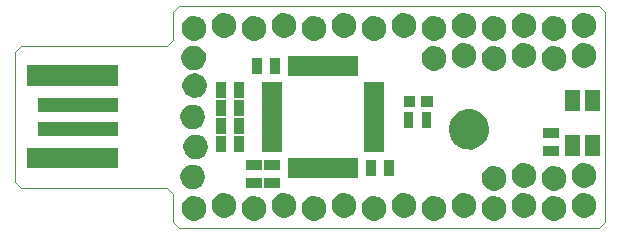
<source format=gts>
G04 (created by PCBNEW (2013-07-14 BZR 4242)-stable) date Thu 29 Aug 2013 04:13:23 PM CEST*
%MOIN*%
G04 Gerber Fmt 3.4, Leading zero omitted, Abs format*
%FSLAX34Y34*%
G01*
G70*
G90*
G04 APERTURE LIST*
%ADD10C,0.005906*%
%ADD11C,0.003900*%
%ADD12C,0.003921*%
G04 APERTURE END LIST*
G54D10*
G54D11*
X15300Y-17430D02*
X15300Y-16500D01*
X15300Y-22574D02*
X15300Y-23500D01*
X29500Y-23700D02*
X15500Y-23700D01*
X29700Y-16500D02*
X29700Y-23500D01*
X15500Y-16300D02*
X29500Y-16300D01*
X10239Y-17630D02*
X15100Y-17630D01*
X10239Y-22374D02*
X15100Y-22374D01*
X10039Y-17830D02*
X10039Y-22174D01*
G54D12*
X10239Y-22374D02*
X10039Y-22174D01*
X15300Y-22574D02*
X15100Y-22374D01*
X15500Y-23700D02*
X15300Y-23500D01*
X29700Y-23500D02*
X29500Y-23700D01*
X29500Y-16300D02*
X29700Y-16500D01*
X15300Y-16500D02*
X15500Y-16300D01*
X15100Y-17630D02*
X15300Y-17430D01*
G54D11*
X10239Y-17630D02*
X10039Y-17830D01*
G54D10*
G36*
X13445Y-19843D02*
X10806Y-19843D01*
X10806Y-19370D01*
X13445Y-19370D01*
X13445Y-19843D01*
X13445Y-19843D01*
G37*
G36*
X13445Y-20629D02*
X10806Y-20629D01*
X10806Y-20156D01*
X13445Y-20156D01*
X13445Y-20629D01*
X13445Y-20629D01*
G37*
G36*
X13445Y-18957D02*
X10414Y-18957D01*
X10414Y-18288D01*
X13445Y-18288D01*
X13445Y-18957D01*
X13445Y-18957D01*
G37*
G36*
X13445Y-21711D02*
X10414Y-21711D01*
X10414Y-21042D01*
X13445Y-21042D01*
X13445Y-21711D01*
X13445Y-21711D01*
G37*
G36*
X16359Y-19961D02*
X16358Y-20050D01*
X16340Y-20131D01*
X16308Y-20202D01*
X16260Y-20269D01*
X16204Y-20323D01*
X16134Y-20367D01*
X16062Y-20395D01*
X15980Y-20410D01*
X15902Y-20408D01*
X15821Y-20390D01*
X15750Y-20359D01*
X15682Y-20312D01*
X15628Y-20256D01*
X15583Y-20186D01*
X15554Y-20114D01*
X15539Y-20032D01*
X15540Y-19955D01*
X15558Y-19873D01*
X15588Y-19803D01*
X15635Y-19734D01*
X15690Y-19680D01*
X15760Y-19634D01*
X15832Y-19605D01*
X15914Y-19590D01*
X15991Y-19590D01*
X16073Y-19607D01*
X16144Y-19637D01*
X16213Y-19684D01*
X16267Y-19738D01*
X16314Y-19808D01*
X16343Y-19879D01*
X16359Y-19961D01*
X16359Y-19961D01*
G37*
G36*
X16359Y-21961D02*
X16358Y-22050D01*
X16340Y-22131D01*
X16308Y-22202D01*
X16260Y-22269D01*
X16204Y-22323D01*
X16134Y-22367D01*
X16062Y-22395D01*
X15980Y-22410D01*
X15902Y-22408D01*
X15821Y-22390D01*
X15750Y-22359D01*
X15682Y-22312D01*
X15628Y-22256D01*
X15583Y-22186D01*
X15554Y-22114D01*
X15539Y-22032D01*
X15540Y-21955D01*
X15558Y-21873D01*
X15588Y-21803D01*
X15635Y-21734D01*
X15690Y-21680D01*
X15760Y-21634D01*
X15832Y-21605D01*
X15914Y-21590D01*
X15991Y-21590D01*
X16073Y-21607D01*
X16144Y-21637D01*
X16213Y-21684D01*
X16267Y-21738D01*
X16314Y-21808D01*
X16343Y-21879D01*
X16359Y-21961D01*
X16359Y-21961D01*
G37*
G36*
X16394Y-18001D02*
X16393Y-18090D01*
X16375Y-18171D01*
X16343Y-18242D01*
X16295Y-18309D01*
X16239Y-18363D01*
X16169Y-18407D01*
X16097Y-18435D01*
X16015Y-18450D01*
X15937Y-18448D01*
X15856Y-18430D01*
X15785Y-18399D01*
X15717Y-18352D01*
X15663Y-18296D01*
X15618Y-18226D01*
X15589Y-18154D01*
X15574Y-18072D01*
X15575Y-17995D01*
X15593Y-17913D01*
X15623Y-17843D01*
X15670Y-17774D01*
X15725Y-17720D01*
X15795Y-17674D01*
X15867Y-17645D01*
X15949Y-17630D01*
X16026Y-17630D01*
X16108Y-17647D01*
X16179Y-17677D01*
X16248Y-17724D01*
X16302Y-17778D01*
X16349Y-17848D01*
X16378Y-17919D01*
X16394Y-18001D01*
X16394Y-18001D01*
G37*
G36*
X16409Y-17011D02*
X16408Y-17100D01*
X16390Y-17181D01*
X16358Y-17252D01*
X16310Y-17319D01*
X16254Y-17373D01*
X16184Y-17417D01*
X16112Y-17445D01*
X16030Y-17460D01*
X15952Y-17458D01*
X15871Y-17440D01*
X15800Y-17409D01*
X15732Y-17362D01*
X15678Y-17306D01*
X15633Y-17236D01*
X15604Y-17164D01*
X15589Y-17082D01*
X15590Y-17005D01*
X15608Y-16923D01*
X15638Y-16853D01*
X15685Y-16784D01*
X15740Y-16730D01*
X15810Y-16684D01*
X15882Y-16655D01*
X15964Y-16640D01*
X16041Y-16640D01*
X16123Y-16657D01*
X16194Y-16687D01*
X16263Y-16734D01*
X16317Y-16788D01*
X16364Y-16858D01*
X16393Y-16929D01*
X16409Y-17011D01*
X16409Y-17011D01*
G37*
G36*
X16409Y-23011D02*
X16408Y-23100D01*
X16390Y-23181D01*
X16358Y-23252D01*
X16310Y-23319D01*
X16254Y-23373D01*
X16184Y-23417D01*
X16112Y-23445D01*
X16030Y-23460D01*
X15952Y-23458D01*
X15871Y-23440D01*
X15800Y-23409D01*
X15732Y-23362D01*
X15678Y-23306D01*
X15633Y-23236D01*
X15604Y-23164D01*
X15589Y-23082D01*
X15590Y-23005D01*
X15608Y-22923D01*
X15638Y-22853D01*
X15685Y-22784D01*
X15740Y-22730D01*
X15810Y-22684D01*
X15882Y-22655D01*
X15964Y-22640D01*
X16041Y-22640D01*
X16123Y-22657D01*
X16194Y-22687D01*
X16263Y-22734D01*
X16317Y-22788D01*
X16364Y-22858D01*
X16393Y-22929D01*
X16409Y-23011D01*
X16409Y-23011D01*
G37*
G36*
X16424Y-18921D02*
X16423Y-19010D01*
X16405Y-19091D01*
X16373Y-19162D01*
X16325Y-19229D01*
X16269Y-19283D01*
X16199Y-19327D01*
X16127Y-19355D01*
X16045Y-19370D01*
X15967Y-19368D01*
X15886Y-19350D01*
X15815Y-19319D01*
X15747Y-19272D01*
X15693Y-19216D01*
X15648Y-19146D01*
X15619Y-19074D01*
X15604Y-18992D01*
X15605Y-18915D01*
X15623Y-18833D01*
X15653Y-18763D01*
X15700Y-18694D01*
X15755Y-18640D01*
X15825Y-18594D01*
X15897Y-18565D01*
X15979Y-18550D01*
X16056Y-18550D01*
X16138Y-18567D01*
X16209Y-18597D01*
X16278Y-18644D01*
X16332Y-18698D01*
X16379Y-18768D01*
X16408Y-18839D01*
X16424Y-18921D01*
X16424Y-18921D01*
G37*
G36*
X16459Y-20961D02*
X16458Y-21050D01*
X16440Y-21131D01*
X16408Y-21202D01*
X16360Y-21269D01*
X16304Y-21323D01*
X16234Y-21367D01*
X16162Y-21395D01*
X16080Y-21410D01*
X16002Y-21408D01*
X15921Y-21390D01*
X15850Y-21359D01*
X15782Y-21312D01*
X15728Y-21256D01*
X15683Y-21186D01*
X15654Y-21114D01*
X15639Y-21032D01*
X15640Y-20955D01*
X15658Y-20873D01*
X15688Y-20803D01*
X15735Y-20734D01*
X15790Y-20680D01*
X15860Y-20634D01*
X15932Y-20605D01*
X16014Y-20590D01*
X16091Y-20590D01*
X16173Y-20607D01*
X16244Y-20637D01*
X16313Y-20684D01*
X16367Y-20738D01*
X16414Y-20808D01*
X16443Y-20879D01*
X16459Y-20961D01*
X16459Y-20961D01*
G37*
G36*
X17064Y-19364D02*
X16735Y-19364D01*
X16735Y-18835D01*
X17064Y-18835D01*
X17064Y-19364D01*
X17064Y-19364D01*
G37*
G36*
X17064Y-19964D02*
X16735Y-19964D01*
X16735Y-19435D01*
X17064Y-19435D01*
X17064Y-19964D01*
X17064Y-19964D01*
G37*
G36*
X17064Y-20564D02*
X16735Y-20564D01*
X16735Y-20035D01*
X17064Y-20035D01*
X17064Y-20564D01*
X17064Y-20564D01*
G37*
G36*
X17064Y-21164D02*
X16735Y-21164D01*
X16735Y-20635D01*
X17064Y-20635D01*
X17064Y-21164D01*
X17064Y-21164D01*
G37*
G36*
X17409Y-16911D02*
X17408Y-17000D01*
X17390Y-17081D01*
X17358Y-17152D01*
X17310Y-17219D01*
X17254Y-17273D01*
X17184Y-17317D01*
X17112Y-17345D01*
X17030Y-17360D01*
X16952Y-17358D01*
X16871Y-17340D01*
X16800Y-17309D01*
X16732Y-17262D01*
X16678Y-17206D01*
X16633Y-17136D01*
X16604Y-17064D01*
X16589Y-16982D01*
X16590Y-16905D01*
X16608Y-16823D01*
X16638Y-16753D01*
X16685Y-16684D01*
X16740Y-16630D01*
X16810Y-16584D01*
X16882Y-16555D01*
X16964Y-16540D01*
X17041Y-16540D01*
X17123Y-16557D01*
X17194Y-16587D01*
X17263Y-16634D01*
X17317Y-16688D01*
X17364Y-16758D01*
X17393Y-16829D01*
X17409Y-16911D01*
X17409Y-16911D01*
G37*
G36*
X17409Y-22911D02*
X17408Y-23000D01*
X17390Y-23081D01*
X17358Y-23152D01*
X17310Y-23219D01*
X17254Y-23273D01*
X17184Y-23317D01*
X17112Y-23345D01*
X17030Y-23360D01*
X16952Y-23358D01*
X16871Y-23340D01*
X16800Y-23309D01*
X16732Y-23262D01*
X16678Y-23206D01*
X16633Y-23136D01*
X16604Y-23064D01*
X16589Y-22982D01*
X16590Y-22905D01*
X16608Y-22823D01*
X16638Y-22753D01*
X16685Y-22684D01*
X16740Y-22630D01*
X16810Y-22584D01*
X16882Y-22555D01*
X16964Y-22540D01*
X17041Y-22540D01*
X17123Y-22557D01*
X17194Y-22587D01*
X17263Y-22634D01*
X17317Y-22688D01*
X17364Y-22758D01*
X17393Y-22829D01*
X17409Y-22911D01*
X17409Y-22911D01*
G37*
G36*
X17664Y-19364D02*
X17335Y-19364D01*
X17335Y-18835D01*
X17664Y-18835D01*
X17664Y-19364D01*
X17664Y-19364D01*
G37*
G36*
X17664Y-19964D02*
X17335Y-19964D01*
X17335Y-19435D01*
X17664Y-19435D01*
X17664Y-19964D01*
X17664Y-19964D01*
G37*
G36*
X17664Y-20564D02*
X17335Y-20564D01*
X17335Y-20035D01*
X17664Y-20035D01*
X17664Y-20564D01*
X17664Y-20564D01*
G37*
G36*
X17664Y-21164D02*
X17335Y-21164D01*
X17335Y-20635D01*
X17664Y-20635D01*
X17664Y-21164D01*
X17664Y-21164D01*
G37*
G36*
X18264Y-18564D02*
X17935Y-18564D01*
X17935Y-18035D01*
X18264Y-18035D01*
X18264Y-18564D01*
X18264Y-18564D01*
G37*
G36*
X18264Y-21764D02*
X17735Y-21764D01*
X17735Y-21435D01*
X18264Y-21435D01*
X18264Y-21764D01*
X18264Y-21764D01*
G37*
G36*
X18264Y-22364D02*
X17735Y-22364D01*
X17735Y-22035D01*
X18264Y-22035D01*
X18264Y-22364D01*
X18264Y-22364D01*
G37*
G36*
X18409Y-17011D02*
X18408Y-17100D01*
X18390Y-17181D01*
X18358Y-17252D01*
X18310Y-17319D01*
X18254Y-17373D01*
X18184Y-17417D01*
X18112Y-17445D01*
X18030Y-17460D01*
X17952Y-17458D01*
X17871Y-17440D01*
X17800Y-17409D01*
X17732Y-17362D01*
X17678Y-17306D01*
X17633Y-17236D01*
X17604Y-17164D01*
X17589Y-17082D01*
X17590Y-17005D01*
X17608Y-16923D01*
X17638Y-16853D01*
X17685Y-16784D01*
X17740Y-16730D01*
X17810Y-16684D01*
X17882Y-16655D01*
X17964Y-16640D01*
X18041Y-16640D01*
X18123Y-16657D01*
X18194Y-16687D01*
X18263Y-16734D01*
X18317Y-16788D01*
X18364Y-16858D01*
X18393Y-16929D01*
X18409Y-17011D01*
X18409Y-17011D01*
G37*
G36*
X18409Y-23011D02*
X18408Y-23100D01*
X18390Y-23181D01*
X18358Y-23252D01*
X18310Y-23319D01*
X18254Y-23373D01*
X18184Y-23417D01*
X18112Y-23445D01*
X18030Y-23460D01*
X17952Y-23458D01*
X17871Y-23440D01*
X17800Y-23409D01*
X17732Y-23362D01*
X17678Y-23306D01*
X17633Y-23236D01*
X17604Y-23164D01*
X17589Y-23082D01*
X17590Y-23005D01*
X17608Y-22923D01*
X17638Y-22853D01*
X17685Y-22784D01*
X17740Y-22730D01*
X17810Y-22684D01*
X17882Y-22655D01*
X17964Y-22640D01*
X18041Y-22640D01*
X18123Y-22657D01*
X18194Y-22687D01*
X18263Y-22734D01*
X18317Y-22788D01*
X18364Y-22858D01*
X18393Y-22929D01*
X18409Y-23011D01*
X18409Y-23011D01*
G37*
G36*
X18864Y-18564D02*
X18535Y-18564D01*
X18535Y-18035D01*
X18864Y-18035D01*
X18864Y-18564D01*
X18864Y-18564D01*
G37*
G36*
X18864Y-21764D02*
X18335Y-21764D01*
X18335Y-21435D01*
X18864Y-21435D01*
X18864Y-21764D01*
X18864Y-21764D01*
G37*
G36*
X18864Y-22364D02*
X18335Y-22364D01*
X18335Y-22035D01*
X18864Y-22035D01*
X18864Y-22364D01*
X18864Y-22364D01*
G37*
G36*
X18942Y-21170D02*
X18273Y-21170D01*
X18273Y-20996D01*
X18273Y-20989D01*
X18273Y-20977D01*
X18273Y-20970D01*
X18273Y-20799D01*
X18273Y-20792D01*
X18273Y-20780D01*
X18273Y-20773D01*
X18273Y-20603D01*
X18273Y-20596D01*
X18273Y-20583D01*
X18273Y-20576D01*
X18273Y-20406D01*
X18273Y-20399D01*
X18273Y-20387D01*
X18273Y-20380D01*
X18273Y-20209D01*
X18273Y-20202D01*
X18273Y-20190D01*
X18273Y-20183D01*
X18273Y-20013D01*
X18273Y-20006D01*
X18273Y-19993D01*
X18273Y-19986D01*
X18273Y-19816D01*
X18273Y-19809D01*
X18273Y-19797D01*
X18273Y-19790D01*
X18273Y-19619D01*
X18273Y-19612D01*
X18273Y-19600D01*
X18273Y-19593D01*
X18273Y-19423D01*
X18273Y-19416D01*
X18273Y-19403D01*
X18273Y-19396D01*
X18273Y-19226D01*
X18273Y-19219D01*
X18273Y-19207D01*
X18273Y-19200D01*
X18273Y-19029D01*
X18273Y-19022D01*
X18273Y-19010D01*
X18273Y-19003D01*
X18273Y-18829D01*
X18942Y-18829D01*
X18942Y-19003D01*
X18942Y-19010D01*
X18942Y-19022D01*
X18942Y-19029D01*
X18942Y-19200D01*
X18942Y-19207D01*
X18942Y-19219D01*
X18942Y-19226D01*
X18942Y-19396D01*
X18942Y-19403D01*
X18942Y-19416D01*
X18942Y-19423D01*
X18942Y-19593D01*
X18942Y-19600D01*
X18942Y-19612D01*
X18942Y-19619D01*
X18942Y-19790D01*
X18942Y-19797D01*
X18942Y-19809D01*
X18942Y-19816D01*
X18942Y-19986D01*
X18942Y-19993D01*
X18942Y-20006D01*
X18942Y-20013D01*
X18942Y-20183D01*
X18942Y-20190D01*
X18942Y-20202D01*
X18942Y-20209D01*
X18942Y-20380D01*
X18942Y-20387D01*
X18942Y-20399D01*
X18942Y-20406D01*
X18942Y-20576D01*
X18942Y-20583D01*
X18942Y-20596D01*
X18942Y-20603D01*
X18942Y-20773D01*
X18942Y-20780D01*
X18942Y-20792D01*
X18942Y-20799D01*
X18942Y-20970D01*
X18942Y-20977D01*
X18942Y-20989D01*
X18942Y-20996D01*
X18942Y-21170D01*
X18942Y-21170D01*
G37*
G36*
X19409Y-16911D02*
X19408Y-17000D01*
X19390Y-17081D01*
X19358Y-17152D01*
X19310Y-17219D01*
X19254Y-17273D01*
X19184Y-17317D01*
X19112Y-17345D01*
X19030Y-17360D01*
X18952Y-17358D01*
X18871Y-17340D01*
X18800Y-17309D01*
X18732Y-17262D01*
X18678Y-17206D01*
X18633Y-17136D01*
X18604Y-17064D01*
X18589Y-16982D01*
X18590Y-16905D01*
X18608Y-16823D01*
X18638Y-16753D01*
X18685Y-16684D01*
X18740Y-16630D01*
X18810Y-16584D01*
X18882Y-16555D01*
X18964Y-16540D01*
X19041Y-16540D01*
X19123Y-16557D01*
X19194Y-16587D01*
X19263Y-16634D01*
X19317Y-16688D01*
X19364Y-16758D01*
X19393Y-16829D01*
X19409Y-16911D01*
X19409Y-16911D01*
G37*
G36*
X19409Y-22911D02*
X19408Y-23000D01*
X19390Y-23081D01*
X19358Y-23152D01*
X19310Y-23219D01*
X19254Y-23273D01*
X19184Y-23317D01*
X19112Y-23345D01*
X19030Y-23360D01*
X18952Y-23358D01*
X18871Y-23340D01*
X18800Y-23309D01*
X18732Y-23262D01*
X18678Y-23206D01*
X18633Y-23136D01*
X18604Y-23064D01*
X18589Y-22982D01*
X18590Y-22905D01*
X18608Y-22823D01*
X18638Y-22753D01*
X18685Y-22684D01*
X18740Y-22630D01*
X18810Y-22584D01*
X18882Y-22555D01*
X18964Y-22540D01*
X19041Y-22540D01*
X19123Y-22557D01*
X19194Y-22587D01*
X19263Y-22634D01*
X19317Y-22688D01*
X19364Y-22758D01*
X19393Y-22829D01*
X19409Y-22911D01*
X19409Y-22911D01*
G37*
G36*
X20409Y-17011D02*
X20408Y-17100D01*
X20390Y-17181D01*
X20358Y-17252D01*
X20310Y-17319D01*
X20254Y-17373D01*
X20184Y-17417D01*
X20112Y-17445D01*
X20030Y-17460D01*
X19952Y-17458D01*
X19871Y-17440D01*
X19800Y-17409D01*
X19732Y-17362D01*
X19678Y-17306D01*
X19633Y-17236D01*
X19604Y-17164D01*
X19589Y-17082D01*
X19590Y-17005D01*
X19608Y-16923D01*
X19638Y-16853D01*
X19685Y-16784D01*
X19740Y-16730D01*
X19810Y-16684D01*
X19882Y-16655D01*
X19964Y-16640D01*
X20041Y-16640D01*
X20123Y-16657D01*
X20194Y-16687D01*
X20263Y-16734D01*
X20317Y-16788D01*
X20364Y-16858D01*
X20393Y-16929D01*
X20409Y-17011D01*
X20409Y-17011D01*
G37*
G36*
X20409Y-23011D02*
X20408Y-23100D01*
X20390Y-23181D01*
X20358Y-23252D01*
X20310Y-23319D01*
X20254Y-23373D01*
X20184Y-23417D01*
X20112Y-23445D01*
X20030Y-23460D01*
X19952Y-23458D01*
X19871Y-23440D01*
X19800Y-23409D01*
X19732Y-23362D01*
X19678Y-23306D01*
X19633Y-23236D01*
X19604Y-23164D01*
X19589Y-23082D01*
X19590Y-23005D01*
X19608Y-22923D01*
X19638Y-22853D01*
X19685Y-22784D01*
X19740Y-22730D01*
X19810Y-22684D01*
X19882Y-22655D01*
X19964Y-22640D01*
X20041Y-22640D01*
X20123Y-22657D01*
X20194Y-22687D01*
X20263Y-22734D01*
X20317Y-22788D01*
X20364Y-22858D01*
X20393Y-22929D01*
X20409Y-23011D01*
X20409Y-23011D01*
G37*
G36*
X21409Y-16911D02*
X21408Y-17000D01*
X21390Y-17081D01*
X21358Y-17152D01*
X21310Y-17219D01*
X21254Y-17273D01*
X21184Y-17317D01*
X21112Y-17345D01*
X21030Y-17360D01*
X20952Y-17358D01*
X20871Y-17340D01*
X20800Y-17309D01*
X20732Y-17262D01*
X20678Y-17206D01*
X20633Y-17136D01*
X20604Y-17064D01*
X20589Y-16982D01*
X20590Y-16905D01*
X20608Y-16823D01*
X20638Y-16753D01*
X20685Y-16684D01*
X20740Y-16630D01*
X20810Y-16584D01*
X20882Y-16555D01*
X20964Y-16540D01*
X21041Y-16540D01*
X21123Y-16557D01*
X21194Y-16587D01*
X21263Y-16634D01*
X21317Y-16688D01*
X21364Y-16758D01*
X21393Y-16829D01*
X21409Y-16911D01*
X21409Y-16911D01*
G37*
G36*
X21409Y-22911D02*
X21408Y-23000D01*
X21390Y-23081D01*
X21358Y-23152D01*
X21310Y-23219D01*
X21254Y-23273D01*
X21184Y-23317D01*
X21112Y-23345D01*
X21030Y-23360D01*
X20952Y-23358D01*
X20871Y-23340D01*
X20800Y-23309D01*
X20732Y-23262D01*
X20678Y-23206D01*
X20633Y-23136D01*
X20604Y-23064D01*
X20589Y-22982D01*
X20590Y-22905D01*
X20608Y-22823D01*
X20638Y-22753D01*
X20685Y-22684D01*
X20740Y-22630D01*
X20810Y-22584D01*
X20882Y-22555D01*
X20964Y-22540D01*
X21041Y-22540D01*
X21123Y-22557D01*
X21194Y-22587D01*
X21263Y-22634D01*
X21317Y-22688D01*
X21364Y-22758D01*
X21393Y-22829D01*
X21409Y-22911D01*
X21409Y-22911D01*
G37*
G36*
X21470Y-18642D02*
X21296Y-18642D01*
X21289Y-18642D01*
X21277Y-18642D01*
X21270Y-18642D01*
X21099Y-18642D01*
X21092Y-18642D01*
X21080Y-18642D01*
X21073Y-18642D01*
X20903Y-18642D01*
X20896Y-18642D01*
X20883Y-18642D01*
X20876Y-18642D01*
X20706Y-18642D01*
X20699Y-18642D01*
X20687Y-18642D01*
X20680Y-18642D01*
X20509Y-18642D01*
X20502Y-18642D01*
X20490Y-18642D01*
X20483Y-18642D01*
X20313Y-18642D01*
X20306Y-18642D01*
X20293Y-18642D01*
X20286Y-18642D01*
X20116Y-18642D01*
X20109Y-18642D01*
X20097Y-18642D01*
X20090Y-18642D01*
X19919Y-18642D01*
X19912Y-18642D01*
X19900Y-18642D01*
X19893Y-18642D01*
X19723Y-18642D01*
X19716Y-18642D01*
X19703Y-18642D01*
X19696Y-18642D01*
X19526Y-18642D01*
X19519Y-18642D01*
X19507Y-18642D01*
X19500Y-18642D01*
X19329Y-18642D01*
X19322Y-18642D01*
X19310Y-18642D01*
X19303Y-18642D01*
X19129Y-18642D01*
X19129Y-17973D01*
X19303Y-17973D01*
X19310Y-17973D01*
X19322Y-17973D01*
X19329Y-17973D01*
X19500Y-17973D01*
X19507Y-17973D01*
X19519Y-17973D01*
X19526Y-17973D01*
X19696Y-17973D01*
X19703Y-17973D01*
X19716Y-17973D01*
X19723Y-17973D01*
X19893Y-17973D01*
X19900Y-17973D01*
X19912Y-17973D01*
X19919Y-17973D01*
X20090Y-17973D01*
X20097Y-17973D01*
X20109Y-17973D01*
X20116Y-17973D01*
X20286Y-17973D01*
X20293Y-17973D01*
X20306Y-17973D01*
X20313Y-17973D01*
X20483Y-17973D01*
X20490Y-17973D01*
X20502Y-17973D01*
X20509Y-17973D01*
X20680Y-17973D01*
X20687Y-17973D01*
X20699Y-17973D01*
X20706Y-17973D01*
X20876Y-17973D01*
X20883Y-17973D01*
X20896Y-17973D01*
X20903Y-17973D01*
X21073Y-17973D01*
X21080Y-17973D01*
X21092Y-17973D01*
X21099Y-17973D01*
X21270Y-17973D01*
X21277Y-17973D01*
X21289Y-17973D01*
X21296Y-17973D01*
X21470Y-17973D01*
X21470Y-18642D01*
X21470Y-18642D01*
G37*
G36*
X21470Y-22026D02*
X21296Y-22026D01*
X21289Y-22026D01*
X21277Y-22026D01*
X21270Y-22026D01*
X21099Y-22026D01*
X21092Y-22026D01*
X21080Y-22026D01*
X21073Y-22026D01*
X20903Y-22026D01*
X20896Y-22026D01*
X20883Y-22026D01*
X20876Y-22026D01*
X20706Y-22026D01*
X20699Y-22026D01*
X20687Y-22026D01*
X20680Y-22026D01*
X20509Y-22026D01*
X20502Y-22026D01*
X20490Y-22026D01*
X20483Y-22026D01*
X20313Y-22026D01*
X20306Y-22026D01*
X20293Y-22026D01*
X20286Y-22026D01*
X20116Y-22026D01*
X20109Y-22026D01*
X20097Y-22026D01*
X20090Y-22026D01*
X19919Y-22026D01*
X19912Y-22026D01*
X19900Y-22026D01*
X19893Y-22026D01*
X19723Y-22026D01*
X19716Y-22026D01*
X19703Y-22026D01*
X19696Y-22026D01*
X19526Y-22026D01*
X19519Y-22026D01*
X19507Y-22026D01*
X19500Y-22026D01*
X19329Y-22026D01*
X19322Y-22026D01*
X19310Y-22026D01*
X19303Y-22026D01*
X19129Y-22026D01*
X19129Y-21357D01*
X19303Y-21357D01*
X19310Y-21357D01*
X19322Y-21357D01*
X19329Y-21357D01*
X19500Y-21357D01*
X19507Y-21357D01*
X19519Y-21357D01*
X19526Y-21357D01*
X19696Y-21357D01*
X19703Y-21357D01*
X19716Y-21357D01*
X19723Y-21357D01*
X19893Y-21357D01*
X19900Y-21357D01*
X19912Y-21357D01*
X19919Y-21357D01*
X20090Y-21357D01*
X20097Y-21357D01*
X20109Y-21357D01*
X20116Y-21357D01*
X20286Y-21357D01*
X20293Y-21357D01*
X20306Y-21357D01*
X20313Y-21357D01*
X20483Y-21357D01*
X20490Y-21357D01*
X20502Y-21357D01*
X20509Y-21357D01*
X20680Y-21357D01*
X20687Y-21357D01*
X20699Y-21357D01*
X20706Y-21357D01*
X20876Y-21357D01*
X20883Y-21357D01*
X20896Y-21357D01*
X20903Y-21357D01*
X21073Y-21357D01*
X21080Y-21357D01*
X21092Y-21357D01*
X21099Y-21357D01*
X21270Y-21357D01*
X21277Y-21357D01*
X21289Y-21357D01*
X21296Y-21357D01*
X21470Y-21357D01*
X21470Y-22026D01*
X21470Y-22026D01*
G37*
G36*
X22064Y-21964D02*
X21735Y-21964D01*
X21735Y-21435D01*
X22064Y-21435D01*
X22064Y-21964D01*
X22064Y-21964D01*
G37*
G36*
X22326Y-21170D02*
X21657Y-21170D01*
X21657Y-20996D01*
X21657Y-20989D01*
X21657Y-20977D01*
X21657Y-20970D01*
X21657Y-20799D01*
X21657Y-20792D01*
X21657Y-20780D01*
X21657Y-20773D01*
X21657Y-20603D01*
X21657Y-20596D01*
X21657Y-20583D01*
X21657Y-20576D01*
X21657Y-20406D01*
X21657Y-20399D01*
X21657Y-20387D01*
X21657Y-20380D01*
X21657Y-20209D01*
X21657Y-20202D01*
X21657Y-20190D01*
X21657Y-20183D01*
X21657Y-20013D01*
X21657Y-20006D01*
X21657Y-19993D01*
X21657Y-19986D01*
X21657Y-19816D01*
X21657Y-19809D01*
X21657Y-19797D01*
X21657Y-19790D01*
X21657Y-19619D01*
X21657Y-19612D01*
X21657Y-19600D01*
X21657Y-19593D01*
X21657Y-19423D01*
X21657Y-19416D01*
X21657Y-19403D01*
X21657Y-19396D01*
X21657Y-19226D01*
X21657Y-19219D01*
X21657Y-19207D01*
X21657Y-19200D01*
X21657Y-19029D01*
X21657Y-19022D01*
X21657Y-19010D01*
X21657Y-19003D01*
X21657Y-18829D01*
X22326Y-18829D01*
X22326Y-19003D01*
X22326Y-19010D01*
X22326Y-19022D01*
X22326Y-19029D01*
X22326Y-19200D01*
X22326Y-19207D01*
X22326Y-19219D01*
X22326Y-19226D01*
X22326Y-19396D01*
X22326Y-19403D01*
X22326Y-19416D01*
X22326Y-19423D01*
X22326Y-19593D01*
X22326Y-19600D01*
X22326Y-19612D01*
X22326Y-19619D01*
X22326Y-19790D01*
X22326Y-19797D01*
X22326Y-19809D01*
X22326Y-19816D01*
X22326Y-19986D01*
X22326Y-19993D01*
X22326Y-20006D01*
X22326Y-20013D01*
X22326Y-20183D01*
X22326Y-20190D01*
X22326Y-20202D01*
X22326Y-20209D01*
X22326Y-20380D01*
X22326Y-20387D01*
X22326Y-20399D01*
X22326Y-20406D01*
X22326Y-20576D01*
X22326Y-20583D01*
X22326Y-20596D01*
X22326Y-20603D01*
X22326Y-20773D01*
X22326Y-20780D01*
X22326Y-20792D01*
X22326Y-20799D01*
X22326Y-20970D01*
X22326Y-20977D01*
X22326Y-20989D01*
X22326Y-20996D01*
X22326Y-21170D01*
X22326Y-21170D01*
G37*
G36*
X22409Y-17011D02*
X22408Y-17100D01*
X22390Y-17181D01*
X22358Y-17252D01*
X22310Y-17319D01*
X22254Y-17373D01*
X22184Y-17417D01*
X22112Y-17445D01*
X22030Y-17460D01*
X21952Y-17458D01*
X21871Y-17440D01*
X21800Y-17409D01*
X21732Y-17362D01*
X21678Y-17306D01*
X21633Y-17236D01*
X21604Y-17164D01*
X21589Y-17082D01*
X21590Y-17005D01*
X21608Y-16923D01*
X21638Y-16853D01*
X21685Y-16784D01*
X21740Y-16730D01*
X21810Y-16684D01*
X21882Y-16655D01*
X21964Y-16640D01*
X22041Y-16640D01*
X22123Y-16657D01*
X22194Y-16687D01*
X22263Y-16734D01*
X22317Y-16788D01*
X22364Y-16858D01*
X22393Y-16929D01*
X22409Y-17011D01*
X22409Y-17011D01*
G37*
G36*
X22409Y-23011D02*
X22408Y-23100D01*
X22390Y-23181D01*
X22358Y-23252D01*
X22310Y-23319D01*
X22254Y-23373D01*
X22184Y-23417D01*
X22112Y-23445D01*
X22030Y-23460D01*
X21952Y-23458D01*
X21871Y-23440D01*
X21800Y-23409D01*
X21732Y-23362D01*
X21678Y-23306D01*
X21633Y-23236D01*
X21604Y-23164D01*
X21589Y-23082D01*
X21590Y-23005D01*
X21608Y-22923D01*
X21638Y-22853D01*
X21685Y-22784D01*
X21740Y-22730D01*
X21810Y-22684D01*
X21882Y-22655D01*
X21964Y-22640D01*
X22041Y-22640D01*
X22123Y-22657D01*
X22194Y-22687D01*
X22263Y-22734D01*
X22317Y-22788D01*
X22364Y-22858D01*
X22393Y-22929D01*
X22409Y-23011D01*
X22409Y-23011D01*
G37*
G36*
X22664Y-21964D02*
X22335Y-21964D01*
X22335Y-21435D01*
X22664Y-21435D01*
X22664Y-21964D01*
X22664Y-21964D01*
G37*
G36*
X23309Y-20363D02*
X22980Y-20363D01*
X22980Y-19833D01*
X23309Y-19833D01*
X23309Y-20363D01*
X23309Y-20363D01*
G37*
G36*
X23376Y-19684D02*
X22982Y-19684D01*
X22982Y-19291D01*
X23376Y-19291D01*
X23376Y-19684D01*
X23376Y-19684D01*
G37*
G36*
X23409Y-16911D02*
X23408Y-17000D01*
X23390Y-17081D01*
X23358Y-17152D01*
X23310Y-17219D01*
X23254Y-17273D01*
X23184Y-17317D01*
X23112Y-17345D01*
X23030Y-17360D01*
X22952Y-17358D01*
X22871Y-17340D01*
X22800Y-17309D01*
X22732Y-17262D01*
X22678Y-17206D01*
X22633Y-17136D01*
X22604Y-17064D01*
X22589Y-16982D01*
X22590Y-16905D01*
X22608Y-16823D01*
X22638Y-16753D01*
X22685Y-16684D01*
X22740Y-16630D01*
X22810Y-16584D01*
X22882Y-16555D01*
X22964Y-16540D01*
X23041Y-16540D01*
X23123Y-16557D01*
X23194Y-16587D01*
X23263Y-16634D01*
X23317Y-16688D01*
X23364Y-16758D01*
X23393Y-16829D01*
X23409Y-16911D01*
X23409Y-16911D01*
G37*
G36*
X23409Y-22911D02*
X23408Y-23000D01*
X23390Y-23081D01*
X23358Y-23152D01*
X23310Y-23219D01*
X23254Y-23273D01*
X23184Y-23317D01*
X23112Y-23345D01*
X23030Y-23360D01*
X22952Y-23358D01*
X22871Y-23340D01*
X22800Y-23309D01*
X22732Y-23262D01*
X22678Y-23206D01*
X22633Y-23136D01*
X22604Y-23064D01*
X22589Y-22982D01*
X22590Y-22905D01*
X22608Y-22823D01*
X22638Y-22753D01*
X22685Y-22684D01*
X22740Y-22630D01*
X22810Y-22584D01*
X22882Y-22555D01*
X22964Y-22540D01*
X23041Y-22540D01*
X23123Y-22557D01*
X23194Y-22587D01*
X23263Y-22634D01*
X23317Y-22688D01*
X23364Y-22758D01*
X23393Y-22829D01*
X23409Y-22911D01*
X23409Y-22911D01*
G37*
G36*
X23909Y-20363D02*
X23580Y-20363D01*
X23580Y-19833D01*
X23909Y-19833D01*
X23909Y-20363D01*
X23909Y-20363D01*
G37*
G36*
X23966Y-19684D02*
X23572Y-19684D01*
X23572Y-19291D01*
X23966Y-19291D01*
X23966Y-19684D01*
X23966Y-19684D01*
G37*
G36*
X24409Y-17011D02*
X24408Y-17100D01*
X24390Y-17181D01*
X24358Y-17252D01*
X24310Y-17319D01*
X24254Y-17373D01*
X24184Y-17417D01*
X24112Y-17445D01*
X24030Y-17460D01*
X23952Y-17458D01*
X23871Y-17440D01*
X23800Y-17409D01*
X23732Y-17362D01*
X23678Y-17306D01*
X23633Y-17236D01*
X23604Y-17164D01*
X23589Y-17082D01*
X23590Y-17005D01*
X23608Y-16923D01*
X23638Y-16853D01*
X23685Y-16784D01*
X23740Y-16730D01*
X23810Y-16684D01*
X23882Y-16655D01*
X23964Y-16640D01*
X24041Y-16640D01*
X24123Y-16657D01*
X24194Y-16687D01*
X24263Y-16734D01*
X24317Y-16788D01*
X24364Y-16858D01*
X24393Y-16929D01*
X24409Y-17011D01*
X24409Y-17011D01*
G37*
G36*
X24409Y-18011D02*
X24408Y-18100D01*
X24390Y-18181D01*
X24358Y-18252D01*
X24310Y-18319D01*
X24254Y-18373D01*
X24184Y-18417D01*
X24112Y-18445D01*
X24030Y-18460D01*
X23952Y-18458D01*
X23871Y-18440D01*
X23800Y-18409D01*
X23732Y-18362D01*
X23678Y-18306D01*
X23633Y-18236D01*
X23604Y-18164D01*
X23589Y-18082D01*
X23590Y-18005D01*
X23608Y-17923D01*
X23638Y-17853D01*
X23685Y-17784D01*
X23740Y-17730D01*
X23810Y-17684D01*
X23882Y-17655D01*
X23964Y-17640D01*
X24041Y-17640D01*
X24123Y-17657D01*
X24194Y-17687D01*
X24263Y-17734D01*
X24317Y-17788D01*
X24364Y-17858D01*
X24393Y-17929D01*
X24409Y-18011D01*
X24409Y-18011D01*
G37*
G36*
X24409Y-23011D02*
X24408Y-23100D01*
X24390Y-23181D01*
X24358Y-23252D01*
X24310Y-23319D01*
X24254Y-23373D01*
X24184Y-23417D01*
X24112Y-23445D01*
X24030Y-23460D01*
X23952Y-23458D01*
X23871Y-23440D01*
X23800Y-23409D01*
X23732Y-23362D01*
X23678Y-23306D01*
X23633Y-23236D01*
X23604Y-23164D01*
X23589Y-23082D01*
X23590Y-23005D01*
X23608Y-22923D01*
X23638Y-22853D01*
X23685Y-22784D01*
X23740Y-22730D01*
X23810Y-22684D01*
X23882Y-22655D01*
X23964Y-22640D01*
X24041Y-22640D01*
X24123Y-22657D01*
X24194Y-22687D01*
X24263Y-22734D01*
X24317Y-22788D01*
X24364Y-22858D01*
X24393Y-22929D01*
X24409Y-23011D01*
X24409Y-23011D01*
G37*
G36*
X25409Y-16911D02*
X25408Y-17000D01*
X25390Y-17081D01*
X25358Y-17152D01*
X25310Y-17219D01*
X25254Y-17273D01*
X25184Y-17317D01*
X25112Y-17345D01*
X25030Y-17360D01*
X24952Y-17358D01*
X24871Y-17340D01*
X24800Y-17309D01*
X24732Y-17262D01*
X24678Y-17206D01*
X24633Y-17136D01*
X24604Y-17064D01*
X24589Y-16982D01*
X24590Y-16905D01*
X24608Y-16823D01*
X24638Y-16753D01*
X24685Y-16684D01*
X24740Y-16630D01*
X24810Y-16584D01*
X24882Y-16555D01*
X24964Y-16540D01*
X25041Y-16540D01*
X25123Y-16557D01*
X25194Y-16587D01*
X25263Y-16634D01*
X25317Y-16688D01*
X25364Y-16758D01*
X25393Y-16829D01*
X25409Y-16911D01*
X25409Y-16911D01*
G37*
G36*
X25409Y-17911D02*
X25408Y-18000D01*
X25390Y-18081D01*
X25358Y-18152D01*
X25310Y-18219D01*
X25254Y-18273D01*
X25184Y-18317D01*
X25112Y-18345D01*
X25030Y-18360D01*
X24952Y-18358D01*
X24871Y-18340D01*
X24800Y-18309D01*
X24732Y-18262D01*
X24678Y-18206D01*
X24633Y-18136D01*
X24604Y-18064D01*
X24589Y-17982D01*
X24590Y-17905D01*
X24608Y-17823D01*
X24638Y-17753D01*
X24685Y-17684D01*
X24740Y-17630D01*
X24810Y-17584D01*
X24882Y-17555D01*
X24964Y-17540D01*
X25041Y-17540D01*
X25123Y-17557D01*
X25194Y-17587D01*
X25263Y-17634D01*
X25317Y-17688D01*
X25364Y-17758D01*
X25393Y-17829D01*
X25409Y-17911D01*
X25409Y-17911D01*
G37*
G36*
X25409Y-22911D02*
X25408Y-23000D01*
X25390Y-23081D01*
X25358Y-23152D01*
X25310Y-23219D01*
X25254Y-23273D01*
X25184Y-23317D01*
X25112Y-23345D01*
X25030Y-23360D01*
X24952Y-23358D01*
X24871Y-23340D01*
X24800Y-23309D01*
X24732Y-23262D01*
X24678Y-23206D01*
X24633Y-23136D01*
X24604Y-23064D01*
X24589Y-22982D01*
X24590Y-22905D01*
X24608Y-22823D01*
X24638Y-22753D01*
X24685Y-22684D01*
X24740Y-22630D01*
X24810Y-22584D01*
X24882Y-22555D01*
X24964Y-22540D01*
X25041Y-22540D01*
X25123Y-22557D01*
X25194Y-22587D01*
X25263Y-22634D01*
X25317Y-22688D01*
X25364Y-22758D01*
X25393Y-22829D01*
X25409Y-22911D01*
X25409Y-22911D01*
G37*
G36*
X25831Y-20355D02*
X25829Y-20503D01*
X25799Y-20634D01*
X25747Y-20751D01*
X25669Y-20861D01*
X25576Y-20950D01*
X25462Y-21022D01*
X25342Y-21069D01*
X25210Y-21092D01*
X25081Y-21089D01*
X24950Y-21060D01*
X24832Y-21009D01*
X24721Y-20932D01*
X24632Y-20840D01*
X24559Y-20726D01*
X24512Y-20607D01*
X24487Y-20474D01*
X24489Y-20346D01*
X24517Y-20214D01*
X24568Y-20096D01*
X24644Y-19985D01*
X24736Y-19895D01*
X24849Y-19821D01*
X24967Y-19773D01*
X25100Y-19748D01*
X25228Y-19749D01*
X25361Y-19776D01*
X25479Y-19825D01*
X25591Y-19901D01*
X25681Y-19992D01*
X25756Y-20105D01*
X25805Y-20223D01*
X25831Y-20355D01*
X25831Y-20355D01*
G37*
G36*
X26409Y-17011D02*
X26408Y-17100D01*
X26390Y-17181D01*
X26358Y-17252D01*
X26310Y-17319D01*
X26254Y-17373D01*
X26184Y-17417D01*
X26112Y-17445D01*
X26030Y-17460D01*
X25952Y-17458D01*
X25871Y-17440D01*
X25800Y-17409D01*
X25732Y-17362D01*
X25678Y-17306D01*
X25633Y-17236D01*
X25604Y-17164D01*
X25589Y-17082D01*
X25590Y-17005D01*
X25608Y-16923D01*
X25638Y-16853D01*
X25685Y-16784D01*
X25740Y-16730D01*
X25810Y-16684D01*
X25882Y-16655D01*
X25964Y-16640D01*
X26041Y-16640D01*
X26123Y-16657D01*
X26194Y-16687D01*
X26263Y-16734D01*
X26317Y-16788D01*
X26364Y-16858D01*
X26393Y-16929D01*
X26409Y-17011D01*
X26409Y-17011D01*
G37*
G36*
X26409Y-18011D02*
X26408Y-18100D01*
X26390Y-18181D01*
X26358Y-18252D01*
X26310Y-18319D01*
X26254Y-18373D01*
X26184Y-18417D01*
X26112Y-18445D01*
X26030Y-18460D01*
X25952Y-18458D01*
X25871Y-18440D01*
X25800Y-18409D01*
X25732Y-18362D01*
X25678Y-18306D01*
X25633Y-18236D01*
X25604Y-18164D01*
X25589Y-18082D01*
X25590Y-18005D01*
X25608Y-17923D01*
X25638Y-17853D01*
X25685Y-17784D01*
X25740Y-17730D01*
X25810Y-17684D01*
X25882Y-17655D01*
X25964Y-17640D01*
X26041Y-17640D01*
X26123Y-17657D01*
X26194Y-17687D01*
X26263Y-17734D01*
X26317Y-17788D01*
X26364Y-17858D01*
X26393Y-17929D01*
X26409Y-18011D01*
X26409Y-18011D01*
G37*
G36*
X26409Y-22011D02*
X26408Y-22100D01*
X26390Y-22181D01*
X26358Y-22252D01*
X26310Y-22319D01*
X26254Y-22373D01*
X26184Y-22417D01*
X26112Y-22445D01*
X26030Y-22460D01*
X25952Y-22458D01*
X25871Y-22440D01*
X25800Y-22409D01*
X25732Y-22362D01*
X25678Y-22306D01*
X25633Y-22236D01*
X25604Y-22164D01*
X25589Y-22082D01*
X25590Y-22005D01*
X25608Y-21923D01*
X25638Y-21853D01*
X25685Y-21784D01*
X25740Y-21730D01*
X25810Y-21684D01*
X25882Y-21655D01*
X25964Y-21640D01*
X26041Y-21640D01*
X26123Y-21657D01*
X26194Y-21687D01*
X26263Y-21734D01*
X26317Y-21788D01*
X26364Y-21858D01*
X26393Y-21929D01*
X26409Y-22011D01*
X26409Y-22011D01*
G37*
G36*
X26409Y-23011D02*
X26408Y-23100D01*
X26390Y-23181D01*
X26358Y-23252D01*
X26310Y-23319D01*
X26254Y-23373D01*
X26184Y-23417D01*
X26112Y-23445D01*
X26030Y-23460D01*
X25952Y-23458D01*
X25871Y-23440D01*
X25800Y-23409D01*
X25732Y-23362D01*
X25678Y-23306D01*
X25633Y-23236D01*
X25604Y-23164D01*
X25589Y-23082D01*
X25590Y-23005D01*
X25608Y-22923D01*
X25638Y-22853D01*
X25685Y-22784D01*
X25740Y-22730D01*
X25810Y-22684D01*
X25882Y-22655D01*
X25964Y-22640D01*
X26041Y-22640D01*
X26123Y-22657D01*
X26194Y-22687D01*
X26263Y-22734D01*
X26317Y-22788D01*
X26364Y-22858D01*
X26393Y-22929D01*
X26409Y-23011D01*
X26409Y-23011D01*
G37*
G36*
X27409Y-16911D02*
X27408Y-17000D01*
X27390Y-17081D01*
X27358Y-17152D01*
X27310Y-17219D01*
X27254Y-17273D01*
X27184Y-17317D01*
X27112Y-17345D01*
X27030Y-17360D01*
X26952Y-17358D01*
X26871Y-17340D01*
X26800Y-17309D01*
X26732Y-17262D01*
X26678Y-17206D01*
X26633Y-17136D01*
X26604Y-17064D01*
X26589Y-16982D01*
X26590Y-16905D01*
X26608Y-16823D01*
X26638Y-16753D01*
X26685Y-16684D01*
X26740Y-16630D01*
X26810Y-16584D01*
X26882Y-16555D01*
X26964Y-16540D01*
X27041Y-16540D01*
X27123Y-16557D01*
X27194Y-16587D01*
X27263Y-16634D01*
X27317Y-16688D01*
X27364Y-16758D01*
X27393Y-16829D01*
X27409Y-16911D01*
X27409Y-16911D01*
G37*
G36*
X27409Y-17911D02*
X27408Y-18000D01*
X27390Y-18081D01*
X27358Y-18152D01*
X27310Y-18219D01*
X27254Y-18273D01*
X27184Y-18317D01*
X27112Y-18345D01*
X27030Y-18360D01*
X26952Y-18358D01*
X26871Y-18340D01*
X26800Y-18309D01*
X26732Y-18262D01*
X26678Y-18206D01*
X26633Y-18136D01*
X26604Y-18064D01*
X26589Y-17982D01*
X26590Y-17905D01*
X26608Y-17823D01*
X26638Y-17753D01*
X26685Y-17684D01*
X26740Y-17630D01*
X26810Y-17584D01*
X26882Y-17555D01*
X26964Y-17540D01*
X27041Y-17540D01*
X27123Y-17557D01*
X27194Y-17587D01*
X27263Y-17634D01*
X27317Y-17688D01*
X27364Y-17758D01*
X27393Y-17829D01*
X27409Y-17911D01*
X27409Y-17911D01*
G37*
G36*
X27409Y-21911D02*
X27408Y-22000D01*
X27390Y-22081D01*
X27358Y-22152D01*
X27310Y-22219D01*
X27254Y-22273D01*
X27184Y-22317D01*
X27112Y-22345D01*
X27030Y-22360D01*
X26952Y-22358D01*
X26871Y-22340D01*
X26800Y-22309D01*
X26732Y-22262D01*
X26678Y-22206D01*
X26633Y-22136D01*
X26604Y-22064D01*
X26589Y-21982D01*
X26590Y-21905D01*
X26608Y-21823D01*
X26638Y-21753D01*
X26685Y-21684D01*
X26740Y-21630D01*
X26810Y-21584D01*
X26882Y-21555D01*
X26964Y-21540D01*
X27041Y-21540D01*
X27123Y-21557D01*
X27194Y-21587D01*
X27263Y-21634D01*
X27317Y-21688D01*
X27364Y-21758D01*
X27393Y-21829D01*
X27409Y-21911D01*
X27409Y-21911D01*
G37*
G36*
X27409Y-22911D02*
X27408Y-23000D01*
X27390Y-23081D01*
X27358Y-23152D01*
X27310Y-23219D01*
X27254Y-23273D01*
X27184Y-23317D01*
X27112Y-23345D01*
X27030Y-23360D01*
X26952Y-23358D01*
X26871Y-23340D01*
X26800Y-23309D01*
X26732Y-23262D01*
X26678Y-23206D01*
X26633Y-23136D01*
X26604Y-23064D01*
X26589Y-22982D01*
X26590Y-22905D01*
X26608Y-22823D01*
X26638Y-22753D01*
X26685Y-22684D01*
X26740Y-22630D01*
X26810Y-22584D01*
X26882Y-22555D01*
X26964Y-22540D01*
X27041Y-22540D01*
X27123Y-22557D01*
X27194Y-22587D01*
X27263Y-22634D01*
X27317Y-22688D01*
X27364Y-22758D01*
X27393Y-22829D01*
X27409Y-22911D01*
X27409Y-22911D01*
G37*
G36*
X28164Y-20714D02*
X27635Y-20714D01*
X27635Y-20385D01*
X28164Y-20385D01*
X28164Y-20714D01*
X28164Y-20714D01*
G37*
G36*
X28164Y-21314D02*
X27635Y-21314D01*
X27635Y-20985D01*
X28164Y-20985D01*
X28164Y-21314D01*
X28164Y-21314D01*
G37*
G36*
X28409Y-17011D02*
X28408Y-17100D01*
X28390Y-17181D01*
X28358Y-17252D01*
X28310Y-17319D01*
X28254Y-17373D01*
X28184Y-17417D01*
X28112Y-17445D01*
X28030Y-17460D01*
X27952Y-17458D01*
X27871Y-17440D01*
X27800Y-17409D01*
X27732Y-17362D01*
X27678Y-17306D01*
X27633Y-17236D01*
X27604Y-17164D01*
X27589Y-17082D01*
X27590Y-17005D01*
X27608Y-16923D01*
X27638Y-16853D01*
X27685Y-16784D01*
X27740Y-16730D01*
X27810Y-16684D01*
X27882Y-16655D01*
X27964Y-16640D01*
X28041Y-16640D01*
X28123Y-16657D01*
X28194Y-16687D01*
X28263Y-16734D01*
X28317Y-16788D01*
X28364Y-16858D01*
X28393Y-16929D01*
X28409Y-17011D01*
X28409Y-17011D01*
G37*
G36*
X28409Y-18011D02*
X28408Y-18100D01*
X28390Y-18181D01*
X28358Y-18252D01*
X28310Y-18319D01*
X28254Y-18373D01*
X28184Y-18417D01*
X28112Y-18445D01*
X28030Y-18460D01*
X27952Y-18458D01*
X27871Y-18440D01*
X27800Y-18409D01*
X27732Y-18362D01*
X27678Y-18306D01*
X27633Y-18236D01*
X27604Y-18164D01*
X27589Y-18082D01*
X27590Y-18005D01*
X27608Y-17923D01*
X27638Y-17853D01*
X27685Y-17784D01*
X27740Y-17730D01*
X27810Y-17684D01*
X27882Y-17655D01*
X27964Y-17640D01*
X28041Y-17640D01*
X28123Y-17657D01*
X28194Y-17687D01*
X28263Y-17734D01*
X28317Y-17788D01*
X28364Y-17858D01*
X28393Y-17929D01*
X28409Y-18011D01*
X28409Y-18011D01*
G37*
G36*
X28409Y-22011D02*
X28408Y-22100D01*
X28390Y-22181D01*
X28358Y-22252D01*
X28310Y-22319D01*
X28254Y-22373D01*
X28184Y-22417D01*
X28112Y-22445D01*
X28030Y-22460D01*
X27952Y-22458D01*
X27871Y-22440D01*
X27800Y-22409D01*
X27732Y-22362D01*
X27678Y-22306D01*
X27633Y-22236D01*
X27604Y-22164D01*
X27589Y-22082D01*
X27590Y-22005D01*
X27608Y-21923D01*
X27638Y-21853D01*
X27685Y-21784D01*
X27740Y-21730D01*
X27810Y-21684D01*
X27882Y-21655D01*
X27964Y-21640D01*
X28041Y-21640D01*
X28123Y-21657D01*
X28194Y-21687D01*
X28263Y-21734D01*
X28317Y-21788D01*
X28364Y-21858D01*
X28393Y-21929D01*
X28409Y-22011D01*
X28409Y-22011D01*
G37*
G36*
X28409Y-23011D02*
X28408Y-23100D01*
X28390Y-23181D01*
X28358Y-23252D01*
X28310Y-23319D01*
X28254Y-23373D01*
X28184Y-23417D01*
X28112Y-23445D01*
X28030Y-23460D01*
X27952Y-23458D01*
X27871Y-23440D01*
X27800Y-23409D01*
X27732Y-23362D01*
X27678Y-23306D01*
X27633Y-23236D01*
X27604Y-23164D01*
X27589Y-23082D01*
X27590Y-23005D01*
X27608Y-22923D01*
X27638Y-22853D01*
X27685Y-22784D01*
X27740Y-22730D01*
X27810Y-22684D01*
X27882Y-22655D01*
X27964Y-22640D01*
X28041Y-22640D01*
X28123Y-22657D01*
X28194Y-22687D01*
X28263Y-22734D01*
X28317Y-22788D01*
X28364Y-22858D01*
X28393Y-22929D01*
X28409Y-23011D01*
X28409Y-23011D01*
G37*
G36*
X28871Y-19816D02*
X28358Y-19816D01*
X28358Y-19107D01*
X28871Y-19107D01*
X28871Y-19816D01*
X28871Y-19816D01*
G37*
G36*
X28871Y-21312D02*
X28358Y-21312D01*
X28358Y-20603D01*
X28871Y-20603D01*
X28871Y-21312D01*
X28871Y-21312D01*
G37*
G36*
X29409Y-16911D02*
X29408Y-17000D01*
X29390Y-17081D01*
X29358Y-17152D01*
X29310Y-17219D01*
X29254Y-17273D01*
X29184Y-17317D01*
X29112Y-17345D01*
X29030Y-17360D01*
X28952Y-17358D01*
X28871Y-17340D01*
X28800Y-17309D01*
X28732Y-17262D01*
X28678Y-17206D01*
X28633Y-17136D01*
X28604Y-17064D01*
X28589Y-16982D01*
X28590Y-16905D01*
X28608Y-16823D01*
X28638Y-16753D01*
X28685Y-16684D01*
X28740Y-16630D01*
X28810Y-16584D01*
X28882Y-16555D01*
X28964Y-16540D01*
X29041Y-16540D01*
X29123Y-16557D01*
X29194Y-16587D01*
X29263Y-16634D01*
X29317Y-16688D01*
X29364Y-16758D01*
X29393Y-16829D01*
X29409Y-16911D01*
X29409Y-16911D01*
G37*
G36*
X29409Y-17911D02*
X29408Y-18000D01*
X29390Y-18081D01*
X29358Y-18152D01*
X29310Y-18219D01*
X29254Y-18273D01*
X29184Y-18317D01*
X29112Y-18345D01*
X29030Y-18360D01*
X28952Y-18358D01*
X28871Y-18340D01*
X28800Y-18309D01*
X28732Y-18262D01*
X28678Y-18206D01*
X28633Y-18136D01*
X28604Y-18064D01*
X28589Y-17982D01*
X28590Y-17905D01*
X28608Y-17823D01*
X28638Y-17753D01*
X28685Y-17684D01*
X28740Y-17630D01*
X28810Y-17584D01*
X28882Y-17555D01*
X28964Y-17540D01*
X29041Y-17540D01*
X29123Y-17557D01*
X29194Y-17587D01*
X29263Y-17634D01*
X29317Y-17688D01*
X29364Y-17758D01*
X29393Y-17829D01*
X29409Y-17911D01*
X29409Y-17911D01*
G37*
G36*
X29409Y-21911D02*
X29408Y-22000D01*
X29390Y-22081D01*
X29358Y-22152D01*
X29310Y-22219D01*
X29254Y-22273D01*
X29184Y-22317D01*
X29112Y-22345D01*
X29030Y-22360D01*
X28952Y-22358D01*
X28871Y-22340D01*
X28800Y-22309D01*
X28732Y-22262D01*
X28678Y-22206D01*
X28633Y-22136D01*
X28604Y-22064D01*
X28589Y-21982D01*
X28590Y-21905D01*
X28608Y-21823D01*
X28638Y-21753D01*
X28685Y-21684D01*
X28740Y-21630D01*
X28810Y-21584D01*
X28882Y-21555D01*
X28964Y-21540D01*
X29041Y-21540D01*
X29123Y-21557D01*
X29194Y-21587D01*
X29263Y-21634D01*
X29317Y-21688D01*
X29364Y-21758D01*
X29393Y-21829D01*
X29409Y-21911D01*
X29409Y-21911D01*
G37*
G36*
X29409Y-22911D02*
X29408Y-23000D01*
X29390Y-23081D01*
X29358Y-23152D01*
X29310Y-23219D01*
X29254Y-23273D01*
X29184Y-23317D01*
X29112Y-23345D01*
X29030Y-23360D01*
X28952Y-23358D01*
X28871Y-23340D01*
X28800Y-23309D01*
X28732Y-23262D01*
X28678Y-23206D01*
X28633Y-23136D01*
X28604Y-23064D01*
X28589Y-22982D01*
X28590Y-22905D01*
X28608Y-22823D01*
X28638Y-22753D01*
X28685Y-22684D01*
X28740Y-22630D01*
X28810Y-22584D01*
X28882Y-22555D01*
X28964Y-22540D01*
X29041Y-22540D01*
X29123Y-22557D01*
X29194Y-22587D01*
X29263Y-22634D01*
X29317Y-22688D01*
X29364Y-22758D01*
X29393Y-22829D01*
X29409Y-22911D01*
X29409Y-22911D01*
G37*
G36*
X29540Y-21312D02*
X29028Y-21312D01*
X29028Y-20603D01*
X29540Y-20603D01*
X29540Y-21312D01*
X29540Y-21312D01*
G37*
G36*
X29541Y-19816D02*
X29028Y-19816D01*
X29028Y-19107D01*
X29541Y-19107D01*
X29541Y-19816D01*
X29541Y-19816D01*
G37*
M02*

</source>
